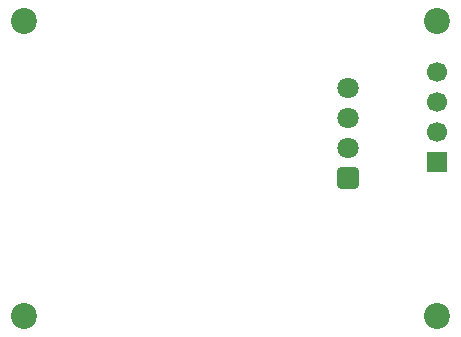
<source format=gbs>
%TF.GenerationSoftware,KiCad,Pcbnew,9.0.6*%
%TF.CreationDate,2025-11-11T11:50:20+01:00*%
%TF.ProjectId,tankuhr,74616e6b-7568-4722-9e6b-696361645f70,rev?*%
%TF.SameCoordinates,Original*%
%TF.FileFunction,Soldermask,Bot*%
%TF.FilePolarity,Negative*%
%FSLAX46Y46*%
G04 Gerber Fmt 4.6, Leading zero omitted, Abs format (unit mm)*
G04 Created by KiCad (PCBNEW 9.0.6) date 2025-11-11 11:50:20*
%MOMM*%
%LPD*%
G01*
G04 APERTURE LIST*
G04 Aperture macros list*
%AMRoundRect*
0 Rectangle with rounded corners*
0 $1 Rounding radius*
0 $2 $3 $4 $5 $6 $7 $8 $9 X,Y pos of 4 corners*
0 Add a 4 corners polygon primitive as box body*
4,1,4,$2,$3,$4,$5,$6,$7,$8,$9,$2,$3,0*
0 Add four circle primitives for the rounded corners*
1,1,$1+$1,$2,$3*
1,1,$1+$1,$4,$5*
1,1,$1+$1,$6,$7*
1,1,$1+$1,$8,$9*
0 Add four rect primitives between the rounded corners*
20,1,$1+$1,$2,$3,$4,$5,0*
20,1,$1+$1,$4,$5,$6,$7,0*
20,1,$1+$1,$6,$7,$8,$9,0*
20,1,$1+$1,$8,$9,$2,$3,0*%
G04 Aperture macros list end*
%ADD10RoundRect,0.250000X0.650000X0.650000X-0.650000X0.650000X-0.650000X-0.650000X0.650000X-0.650000X0*%
%ADD11C,1.800000*%
%ADD12R,1.700000X1.700000*%
%ADD13C,1.700000*%
%ADD14C,2.200000*%
G04 APERTURE END LIST*
D10*
%TO.C,U1*%
X59967500Y-60810000D03*
D11*
X59967500Y-58270000D03*
X59967500Y-55730000D03*
X59967500Y-53190000D03*
%TD*%
D12*
%TO.C,J1*%
X67500000Y-59500000D03*
D13*
X67500000Y-56960000D03*
X67500000Y-54420000D03*
X67500000Y-51880000D03*
%TD*%
D14*
%TO.C,H1*%
X32500000Y-47500000D03*
%TD*%
%TO.C,H3*%
X32500000Y-72500000D03*
%TD*%
%TO.C,H4*%
X67500000Y-72500000D03*
%TD*%
%TO.C,H2*%
X67500000Y-47500000D03*
%TD*%
M02*

</source>
